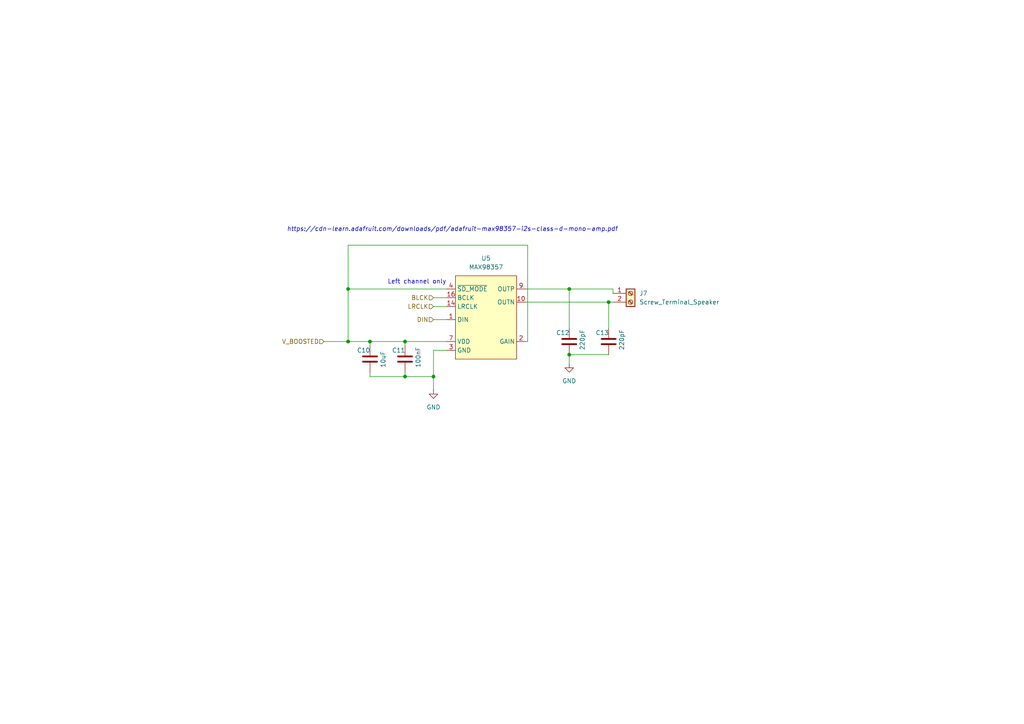
<source format=kicad_sch>
(kicad_sch (version 20211123) (generator eeschema)
  (paper "A4")
  (lib_symbols
    (symbol "Connector:Screw_Terminal_01x02" (pin_names (offset 1.016) hide)
      (property "Reference" "J" (at 0 2.54 0))
      (property "Value" "Screw_Terminal_01x02" (at 0 -5.08 0))
      (symbol "Screw_Terminal_01x02_1_1"
        (rectangle (start -1.27 1.27) (end 1.27 -3.81) (stroke (width 0.254)) (fill (type background)))
        (circle (center 0 -2.54) (radius 0.635) (stroke (width 0.1524)))
        (polyline (pts (xy -0.5334 -2.2098) (xy 0.3302 -3.048)) (stroke (width 0.1524)))
        (polyline (pts (xy -0.5334 0.3302) (xy 0.3302 -0.508)) (stroke (width 0.1524)))
        (polyline (pts (xy -0.3556 -2.032) (xy 0.508 -2.8702)) (stroke (width 0.1524)))
        (polyline (pts (xy -0.3556 0.508) (xy 0.508 -0.3302)) (stroke (width 0.1524)))
        (circle (center 0 0) (radius 0.635) (stroke (width 0.1524)))
        (pin passive line (at -5.08 0 0) (length 3.81) (name "Pin_1") (number "1"))
        (pin passive line (at -5.08 -2.54 0) (length 3.81) (name "Pin_2") (number "2"))
      )
    )
    (symbol "Device:C" (pin_numbers hide) (pin_names (offset 0.254))
      (property "Reference" "C" (at 0.635 2.54 0))
      (property "Value" "C" (at 0.635 -2.54 0))
      (symbol "C_0_1"
        (polyline (pts (xy -2.032 -0.762) (xy 2.032 -0.762)) (stroke (width 0.508)))
        (polyline (pts (xy -2.032 0.762) (xy 2.032 0.762)) (stroke (width 0.508)))
      )
      (symbol "C_1_1"
        (pin passive line (at 0 3.81 270) (length 2.794) (name "~") (number "1"))
        (pin passive line (at 0 -3.81 90) (length 2.794) (name "~") (number "2"))
      )
    )
    (symbol "power:GND" (power) (pin_names (offset 0))
      (property "Value" "GND" (at 0 -3.81 0))
      (symbol "GND_0_1"
        (polyline (pts (xy 0 0) (xy 0 -1.27) (xy 1.27 -1.27) (xy 0 -2.54) (xy -1.27 -1.27) (xy 0 -1.27)))
      )
      (symbol "GND_1_1"
        (pin power_in line (at 0 0 270) (length 0) hide (name "GND") (number "1"))
      )
    )
    (symbol "project_library:MAX98357"
      (property "Reference" "U?" (at 0 11.43 0))
      (property "Value" "MAX98357" (at 0 13.97 0))
      (symbol "MAX98357_0_1"
        (rectangle (start -8.89 10.16) (end 8.89 -13.97) (fill (type background)))
      )
      (symbol "MAX98357_1_0"
        (pin output line (at 11.43 2.54 180) (length 2.54) (name "OUTN") (number "10"))
        (pin power_in line (at -11.43 -11.43 0) (length 2.54) hide (name "GND") (number "11"))
        (pin power_in line (at -11.43 -11.43 0) (length 2.54) hide (name "THERMAL") (number "17"))
        (pin bidirectional line (at 11.43 -8.89 180) (length 2.54) (name "GAIN") (number "2"))
        (pin power_in line (at -11.43 -11.43 0) (length 2.54) (name "GND") (number "3"))
        (pin output line (at 11.43 6.35 180) (length 2.54) (name "OUTP") (number "9"))
      )
      (symbol "MAX98357_1_1"
        (pin input line (at -11.43 -2.54 0) (length 2.54) (name "DIN") (number "1"))
        (pin bidirectional line (at -11.43 1.27 0) (length 2.54) (name "LRCLK") (number "14"))
        (pin power_in line (at -11.43 -11.43 0) (length 2.54) hide (name "GND") (number "15"))
        (pin bidirectional line (at -11.43 3.81 0) (length 2.54) (name "BCLK") (number "16"))
        (pin bidirectional line (at -11.43 6.35 0) (length 2.54) (name "~{SD_MODE}") (number "4"))
        (pin power_in line (at -11.43 -8.89 0) (length 2.54) (name "VDD") (number "7"))
        (pin power_in line (at -11.43 -8.89 0) (length 2.54) hide (name "VDD") (number "8"))
      )
    )
  )
  (junction (at 117.475 109.22))
  (junction (at 100.965 99.06))
  (junction (at 165.1 102.87))
  (junction (at 100.965 83.82))
  (junction (at 117.475 99.06))
  (junction (at 125.73 109.22))
  (junction (at 107.315 99.06))
  (junction (at 176.53 87.63))
  (junction (at 165.1 83.82))
  (wire (pts (xy 100.965 71.12) (xy 100.965 83.82)))
  (wire (pts (xy 107.315 109.22) (xy 107.315 107.95)))
  (wire (pts (xy 125.73 92.71) (xy 129.54 92.71)))
  (wire (pts (xy 117.475 109.22) (xy 117.475 107.95)))
  (wire (pts (xy 177.8 83.82) (xy 177.8 85.09)))
  (wire (pts (xy 165.1 83.82) (xy 165.1 95.25)))
  (wire (pts (xy 165.1 83.82) (xy 177.8 83.82)))
  (wire (pts (xy 129.54 101.6) (xy 125.73 101.6)))
  (wire (pts (xy 100.965 99.06) (xy 100.965 83.82)))
  (wire (pts (xy 125.73 109.22) (xy 125.73 113.03)))
  (wire (pts (xy 100.965 99.06) (xy 107.315 99.06)))
  (wire (pts (xy 107.315 99.06) (xy 117.475 99.06)))
  (wire (pts (xy 152.4 83.82) (xy 165.1 83.82)))
  (wire (pts (xy 165.1 102.87) (xy 165.1 105.41)))
  (wire (pts (xy 117.475 109.22) (xy 125.73 109.22)))
  (wire (pts (xy 176.53 87.63) (xy 176.53 95.25)))
  (wire (pts (xy 107.315 99.06) (xy 107.315 100.33)))
  (wire (pts (xy 93.98 99.06) (xy 100.965 99.06)))
  (wire (pts (xy 107.315 109.22) (xy 117.475 109.22)))
  (wire (pts (xy 152.4 87.63) (xy 176.53 87.63)))
  (wire (pts (xy 125.73 88.9) (xy 129.54 88.9)))
  (wire (pts (xy 117.475 99.06) (xy 117.475 100.33)))
  (wire (pts (xy 125.73 86.36) (xy 129.54 86.36)))
  (wire (pts (xy 153.035 99.06) (xy 153.035 71.12)))
  (wire (pts (xy 153.035 71.12) (xy 100.965 71.12)))
  (wire (pts (xy 176.53 87.63) (xy 177.8 87.63)))
  (wire (pts (xy 100.965 83.82) (xy 129.54 83.82)))
  (wire (pts (xy 165.1 102.87) (xy 176.53 102.87)))
  (wire (pts (xy 152.4 99.06) (xy 153.035 99.06)))
  (wire (pts (xy 125.73 101.6) (xy 125.73 109.22)))
  (wire (pts (xy 117.475 99.06) (xy 129.54 99.06)))
  (text "https://cdn-learn.adafruit.com/downloads/pdf/adafruit-max98357-i2s-class-d-mono-amp.pdf" (at 83.185 67.31 0) (effects (font (size 1.27 1.27) italic) (justify left bottom)))
  (text "Left channel only" (at 112.395 82.55 0) (effects (font (size 1.27 1.27)) (justify left bottom)))
  (hierarchical_label "V_BOOSTED" (shape input) (at 93.98 99.06 180))
  (hierarchical_label "BLCK" (shape input) (at 125.73 86.36 180))
  (hierarchical_label "DIN" (shape input) (at 125.73 92.71 180))
  (hierarchical_label "LRCLK" (shape input) (at 125.73 88.9 180))
  (symbol (lib_id "power:GND") (at 165.1 105.41 0) (unit 1)
    (property "Reference" "#PWR016" (effects hide))
    (property "Value" "GND" (at 165.1 110.49 0))
  )
  (symbol (lib_id "Device:C") (at 107.315 104.14 0) (unit 1)
    (property "Reference" "C10" (at 103.505 101.6 0) (effects (justify left)))
    (property "Value" "10uF" (at 111.125 106.68 90) (effects (justify left)))
    (property "Footprint" "Capacitor_SMD:C_0603_1608Metric" (effects hide))
    (property "Vendor" "C19702" (effects hide))
  )
  (symbol (lib_id "Device:C") (at 165.1 99.06 0) (unit 1)
    (property "Reference" "C12" (at 161.29 96.52 0) (effects (justify left)))
    (property "Value" "220pF" (at 168.91 101.6 90) (effects (justify left)))
    (property "Footprint" "Capacitor_SMD:C_0603_1608Metric" (effects hide))
    (property "Vendor" "C1603" (effects hide))
  )
  (symbol (lib_id "Device:C") (at 176.53 99.06 180) (unit 1)
    (property "Reference" "C13" (at 172.72 96.52 0) (effects (justify right)))
    (property "Value" "220pF" (at 180.34 101.6 90) (effects (justify right)))
    (property "Footprint" "Capacitor_SMD:C_0603_1608Metric" (effects hide))
    (property "Vendor" "C1603" (effects hide))
  )
  (symbol (lib_id "project_library:MAX98357") (at 140.97 90.17 0) (unit 1)
    (property "Reference" "U5" (at 140.97 74.93 0))
    (property "Value" "MAX98357" (at 140.97 77.47 0))
    (property "Footprint" "Package_DFN_QFN:TQFN-16-1EP_3x3mm_P0.5mm_EP1.6x1.6mm" (effects hide))
    (property "Datasheet" "https://www.analog.com/media/en/technical-documentation/data-sheets/max98357a-max98357b.pdf" (effects hide))
    (property "Vendor" "C910544" (effects hide))
  )
  (symbol (lib_id "Connector:Screw_Terminal_01x02") (at 182.88 85.09 0) (unit 1)
    (property "Reference" "J7" (at 185.42 85.0899 0) (effects (justify left)))
    (property "Value" "Screw_Terminal_Speaker" (at 185.42 87.6299 0) (effects (justify left)))
    (property "Footprint" "TerminalBlock:TerminalBlock_bornier-2_P5.08mm" (effects hide))
  )
  (symbol (lib_id "power:GND") (at 125.73 113.03 0) (unit 1)
    (property "Reference" "#PWR015" (effects hide))
    (property "Value" "GND" (at 125.73 118.11 0))
  )
  (symbol (lib_id "Device:C") (at 117.475 104.14 0) (unit 1)
    (property "Reference" "C11" (at 113.665 101.6 0) (effects (justify left)))
    (property "Value" "100nF" (at 121.285 106.68 90) (effects (justify left)))
    (property "Footprint" "Capacitor_SMD:C_0402_1005Metric" (effects hide))
    (property "Vendor" "C307331" (effects hide))
  )
)
</source>
